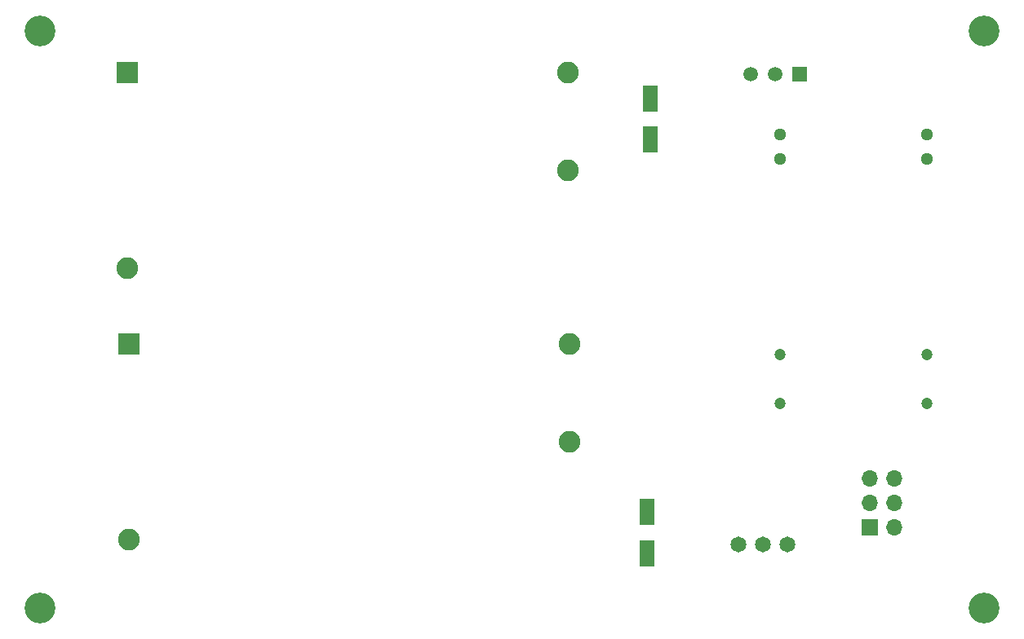
<source format=gbr>
%TF.GenerationSoftware,KiCad,Pcbnew,(6.0.7)*%
%TF.CreationDate,2023-04-08T09:09:21+05:30*%
%TF.ProjectId,aux_PS,6175785f-5053-42e6-9b69-6361645f7063,rev?*%
%TF.SameCoordinates,Original*%
%TF.FileFunction,Soldermask,Top*%
%TF.FilePolarity,Negative*%
%FSLAX46Y46*%
G04 Gerber Fmt 4.6, Leading zero omitted, Abs format (unit mm)*
G04 Created by KiCad (PCBNEW (6.0.7)) date 2023-04-08 09:09:21*
%MOMM*%
%LPD*%
G01*
G04 APERTURE LIST*
%ADD10R,1.600000X2.800000*%
%ADD11C,3.200000*%
%ADD12C,1.650000*%
%ADD13R,2.250000X2.250000*%
%ADD14C,2.250000*%
%ADD15R,1.500000X1.500000*%
%ADD16C,1.500000*%
%ADD17C,1.286000*%
%ADD18C,1.200000*%
%ADD19R,1.700000X1.700000*%
%ADD20O,1.700000X1.700000*%
G04 APERTURE END LIST*
D10*
%TO.C,C2*%
X120000000Y-94980000D03*
X120000000Y-99280000D03*
%TD*%
%TO.C,C1*%
X120380000Y-52020000D03*
X120380000Y-56320000D03*
%TD*%
D11*
%TO.C,REF\u002A\u002A*%
X57000000Y-45000000D03*
%TD*%
%TO.C,REF\u002A\u002A*%
X57000000Y-105000000D03*
%TD*%
%TO.C,REF\u002A\u002A*%
X155000000Y-105000000D03*
%TD*%
%TO.C,REF\u002A\u002A*%
X155000000Y-45000000D03*
%TD*%
D12*
%TO.C,J1*%
X129510000Y-98380000D03*
X132050000Y-98380000D03*
X134590000Y-98380000D03*
%TD*%
D13*
%TO.C,AC_DC1*%
X66230000Y-77570000D03*
D14*
X66230000Y-97890000D03*
X111950000Y-87730000D03*
X111950000Y-77570000D03*
%TD*%
D15*
%TO.C,PS1*%
X135870000Y-49540000D03*
D16*
X133330000Y-49540000D03*
X130790000Y-49540000D03*
%TD*%
D13*
%TO.C,AC_DC2*%
X66070000Y-49330000D03*
D14*
X66070000Y-69650000D03*
X111790000Y-59490000D03*
X111790000Y-49330000D03*
%TD*%
D17*
%TO.C,DC_DC1*%
X133835000Y-55800000D03*
X133835000Y-58340000D03*
D18*
X133835000Y-78660000D03*
X133835000Y-83740000D03*
X149075000Y-83740000D03*
X149075000Y-78660000D03*
D17*
X149075000Y-58340000D03*
X149075000Y-55800000D03*
%TD*%
D19*
%TO.C,J2*%
X143100000Y-96575000D03*
D20*
X145640000Y-96575000D03*
X143100000Y-94035000D03*
X145640000Y-94035000D03*
X143100000Y-91495000D03*
X145640000Y-91495000D03*
%TD*%
M02*

</source>
